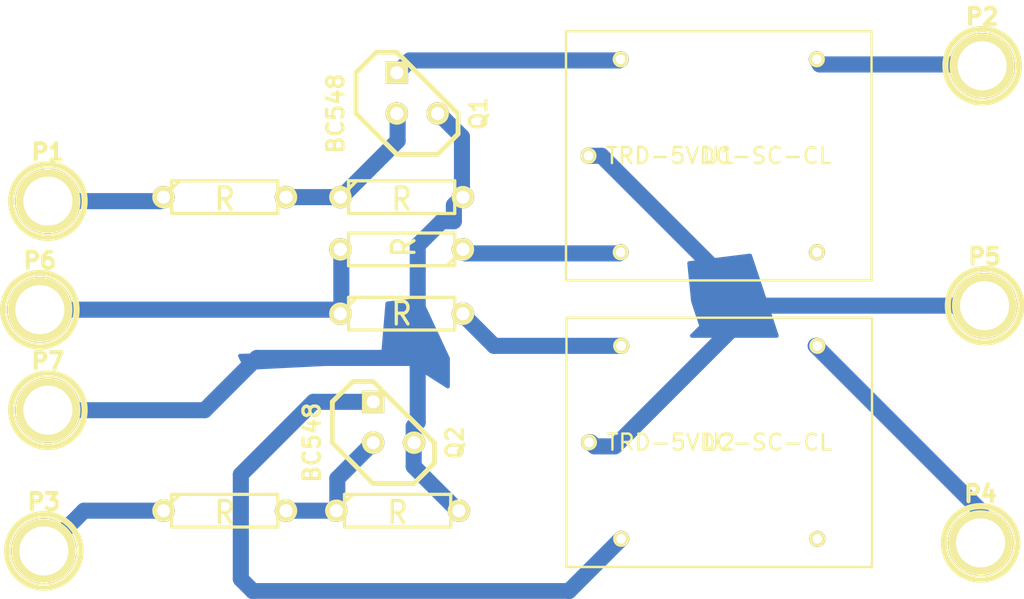
<source format=kicad_pcb>
(kicad_pcb (version 3) (host pcbnew "(2013-jul-07)-stable")

  (general
    (links 20)
    (no_connects 0)
    (area 29.75 33.5 99.5 71.5)
    (thickness 1.6)
    (drawings 0)
    (tracks 74)
    (zones 0)
    (modules 17)
    (nets 14)
  )

  (page A3)
  (layers
    (15 F.Cu signal)
    (0 B.Cu signal)
    (16 B.Adhes user)
    (17 F.Adhes user)
    (18 B.Paste user)
    (19 F.Paste user)
    (20 B.SilkS user)
    (21 F.SilkS user)
    (22 B.Mask user)
    (23 F.Mask user)
    (24 Dwgs.User user)
    (25 Cmts.User user)
    (26 Eco1.User user)
    (27 Eco2.User user)
    (28 Edge.Cuts user)
  )

  (setup
    (last_trace_width 1)
    (trace_clearance 0.254)
    (zone_clearance 0.508)
    (zone_45_only no)
    (trace_min 0.254)
    (segment_width 0.2)
    (edge_width 0.15)
    (via_size 0.889)
    (via_drill 0.635)
    (via_min_size 0.889)
    (via_min_drill 0.508)
    (uvia_size 0.508)
    (uvia_drill 0.127)
    (uvias_allowed no)
    (uvia_min_size 0.508)
    (uvia_min_drill 0.127)
    (pcb_text_width 0.3)
    (pcb_text_size 1.5 1.5)
    (mod_edge_width 0.15)
    (mod_text_size 1.5 1.5)
    (mod_text_width 0.15)
    (pad_size 1.524 1.524)
    (pad_drill 0.762)
    (pad_to_mask_clearance 0.2)
    (aux_axis_origin 0 0)
    (visible_elements FFFFFFBF)
    (pcbplotparams
      (layerselection 3178497)
      (usegerberextensions true)
      (excludeedgelayer true)
      (linewidth 0.100000)
      (plotframeref false)
      (viasonmask false)
      (mode 1)
      (useauxorigin false)
      (hpglpennumber 1)
      (hpglpenspeed 20)
      (hpglpendiameter 15)
      (hpglpenoverlay 2)
      (psnegative false)
      (psa4output false)
      (plotreference true)
      (plotvalue true)
      (plotothertext true)
      (plotinvisibletext false)
      (padsonsilk false)
      (subtractmaskfromsilk false)
      (outputformat 1)
      (mirror false)
      (drillshape 1)
      (scaleselection 1)
      (outputdirectory ""))
  )

  (net 0 "")
  (net 1 +5)
  (net 2 -5)
  (net 3 L)
  (net 4 N-0000010)
  (net 5 N-0000012)
  (net 6 N-0000013)
  (net 7 N-0000014)
  (net 8 N-000002)
  (net 9 N-000003)
  (net 10 N-000005)
  (net 11 N-000006)
  (net 12 N-000008)
  (net 13 N-000009)

  (net_class Default "Это класс цепей по умолчанию."
    (clearance 0.254)
    (trace_width 1)
    (via_dia 0.889)
    (via_drill 0.635)
    (uvia_dia 0.508)
    (uvia_drill 0.127)
    (add_net "")
    (add_net +5)
    (add_net -5)
    (add_net L)
    (add_net N-0000010)
    (add_net N-0000012)
    (add_net N-0000013)
    (add_net N-0000014)
    (add_net N-000002)
    (add_net N-000003)
    (add_net N-000005)
    (add_net N-000006)
    (add_net N-000008)
    (add_net N-000009)
  )

  (module TO92 (layer F.Cu) (tedit 443CFFD1) (tstamp 5640E5E9)
    (at 58.72 39.28 90)
    (descr "Transistor TO92 brochage type BC237")
    (tags "TR TO92")
    (path /562E7372)
    (fp_text reference Q1 (at -1.27 3.81 90) (layer F.SilkS)
      (effects (font (size 1.016 1.016) (thickness 0.2032)))
    )
    (fp_text value BC548 (at -1.27 -5.08 90) (layer F.SilkS)
      (effects (font (size 1.016 1.016) (thickness 0.2032)))
    )
    (fp_line (start -1.27 2.54) (end 2.54 -1.27) (layer F.SilkS) (width 0.3048))
    (fp_line (start 2.54 -1.27) (end 2.54 -2.54) (layer F.SilkS) (width 0.3048))
    (fp_line (start 2.54 -2.54) (end 1.27 -3.81) (layer F.SilkS) (width 0.3048))
    (fp_line (start 1.27 -3.81) (end -1.27 -3.81) (layer F.SilkS) (width 0.3048))
    (fp_line (start -1.27 -3.81) (end -3.81 -1.27) (layer F.SilkS) (width 0.3048))
    (fp_line (start -3.81 -1.27) (end -3.81 1.27) (layer F.SilkS) (width 0.3048))
    (fp_line (start -3.81 1.27) (end -2.54 2.54) (layer F.SilkS) (width 0.3048))
    (fp_line (start -2.54 2.54) (end -1.27 2.54) (layer F.SilkS) (width 0.3048))
    (pad 1 thru_hole rect (at 1.27 -1.27 90) (size 1.397 1.397) (drill 0.8128)
      (layers *.Cu *.Mask F.SilkS)
      (net 12 N-000008)
    )
    (pad 2 thru_hole circle (at -1.27 -1.27 90) (size 1.397 1.397) (drill 0.8128)
      (layers *.Cu *.Mask F.SilkS)
      (net 6 N-0000013)
    )
    (pad 3 thru_hole circle (at -1.27 1.27 90) (size 1.397 1.397) (drill 0.8128)
      (layers *.Cu *.Mask F.SilkS)
      (net 2 -5)
    )
    (model discret/to98.wrl
      (at (xyz 0 0 0))
      (scale (xyz 1 1 1))
      (rotate (xyz 0 0 0))
    )
  )

  (module TO92 (layer F.Cu) (tedit 443CFFD1) (tstamp 56414A0A)
    (at 57.25 59.75 90)
    (descr "Transistor TO92 brochage type BC237")
    (tags "TR TO92")
    (path /5640DB05)
    (fp_text reference Q2 (at -1.27 3.81 90) (layer F.SilkS)
      (effects (font (size 1.016 1.016) (thickness 0.2032)))
    )
    (fp_text value BC548 (at -1.27 -5.08 90) (layer F.SilkS)
      (effects (font (size 1.016 1.016) (thickness 0.2032)))
    )
    (fp_line (start -1.27 2.54) (end 2.54 -1.27) (layer F.SilkS) (width 0.3048))
    (fp_line (start 2.54 -1.27) (end 2.54 -2.54) (layer F.SilkS) (width 0.3048))
    (fp_line (start 2.54 -2.54) (end 1.27 -3.81) (layer F.SilkS) (width 0.3048))
    (fp_line (start 1.27 -3.81) (end -1.27 -3.81) (layer F.SilkS) (width 0.3048))
    (fp_line (start -1.27 -3.81) (end -3.81 -1.27) (layer F.SilkS) (width 0.3048))
    (fp_line (start -3.81 -1.27) (end -3.81 1.27) (layer F.SilkS) (width 0.3048))
    (fp_line (start -3.81 1.27) (end -2.54 2.54) (layer F.SilkS) (width 0.3048))
    (fp_line (start -2.54 2.54) (end -1.27 2.54) (layer F.SilkS) (width 0.3048))
    (pad 1 thru_hole rect (at 1.27 -1.27 90) (size 1.397 1.397) (drill 0.8128)
      (layers *.Cu *.Mask F.SilkS)
      (net 11 N-000006)
    )
    (pad 2 thru_hole circle (at -1.27 -1.27 90) (size 1.397 1.397) (drill 0.8128)
      (layers *.Cu *.Mask F.SilkS)
      (net 7 N-0000014)
    )
    (pad 3 thru_hole circle (at -1.27 1.27 90) (size 1.397 1.397) (drill 0.8128)
      (layers *.Cu *.Mask F.SilkS)
      (net 2 -5)
    )
    (model discret/to98.wrl
      (at (xyz 0 0 0))
      (scale (xyz 1 1 1))
      (rotate (xyz 0 0 0))
    )
  )

  (module R3 (layer F.Cu) (tedit 4E4C0E65) (tstamp 5640E606)
    (at 57.75 45.75)
    (descr "Resitance 3 pas")
    (tags R)
    (path /562E742F)
    (autoplace_cost180 10)
    (fp_text reference R2 (at 0 0.127) (layer F.SilkS) hide
      (effects (font (size 1.397 1.27) (thickness 0.2032)))
    )
    (fp_text value R (at 0 0.127) (layer F.SilkS)
      (effects (font (size 1.397 1.27) (thickness 0.2032)))
    )
    (fp_line (start -3.81 0) (end -3.302 0) (layer F.SilkS) (width 0.2032))
    (fp_line (start 3.81 0) (end 3.302 0) (layer F.SilkS) (width 0.2032))
    (fp_line (start 3.302 0) (end 3.302 -1.016) (layer F.SilkS) (width 0.2032))
    (fp_line (start 3.302 -1.016) (end -3.302 -1.016) (layer F.SilkS) (width 0.2032))
    (fp_line (start -3.302 -1.016) (end -3.302 1.016) (layer F.SilkS) (width 0.2032))
    (fp_line (start -3.302 1.016) (end 3.302 1.016) (layer F.SilkS) (width 0.2032))
    (fp_line (start 3.302 1.016) (end 3.302 0) (layer F.SilkS) (width 0.2032))
    (fp_line (start -3.302 -0.508) (end -2.794 -1.016) (layer F.SilkS) (width 0.2032))
    (pad 1 thru_hole circle (at -3.81 0) (size 1.397 1.397) (drill 0.8128)
      (layers *.Cu *.Mask F.SilkS)
      (net 6 N-0000013)
    )
    (pad 2 thru_hole circle (at 3.81 0) (size 1.397 1.397) (drill 0.8128)
      (layers *.Cu *.Mask F.SilkS)
      (net 2 -5)
    )
    (model discret/resistor.wrl
      (at (xyz 0 0 0))
      (scale (xyz 0.3 0.3 0.3))
      (rotate (xyz 0 0 0))
    )
  )

  (module R3 (layer F.Cu) (tedit 4E4C0E65) (tstamp 5640E614)
    (at 46.75 45.75)
    (descr "Resitance 3 pas")
    (tags R)
    (path /562E752B)
    (autoplace_cost180 10)
    (fp_text reference R1 (at 0 0.127) (layer F.SilkS) hide
      (effects (font (size 1.397 1.27) (thickness 0.2032)))
    )
    (fp_text value R (at 0 0.127) (layer F.SilkS)
      (effects (font (size 1.397 1.27) (thickness 0.2032)))
    )
    (fp_line (start -3.81 0) (end -3.302 0) (layer F.SilkS) (width 0.2032))
    (fp_line (start 3.81 0) (end 3.302 0) (layer F.SilkS) (width 0.2032))
    (fp_line (start 3.302 0) (end 3.302 -1.016) (layer F.SilkS) (width 0.2032))
    (fp_line (start 3.302 -1.016) (end -3.302 -1.016) (layer F.SilkS) (width 0.2032))
    (fp_line (start -3.302 -1.016) (end -3.302 1.016) (layer F.SilkS) (width 0.2032))
    (fp_line (start -3.302 1.016) (end 3.302 1.016) (layer F.SilkS) (width 0.2032))
    (fp_line (start 3.302 1.016) (end 3.302 0) (layer F.SilkS) (width 0.2032))
    (fp_line (start -3.302 -0.508) (end -2.794 -1.016) (layer F.SilkS) (width 0.2032))
    (pad 1 thru_hole circle (at -3.81 0) (size 1.397 1.397) (drill 0.8128)
      (layers *.Cu *.Mask F.SilkS)
      (net 5 N-0000012)
    )
    (pad 2 thru_hole circle (at 3.81 0) (size 1.397 1.397) (drill 0.8128)
      (layers *.Cu *.Mask F.SilkS)
      (net 6 N-0000013)
    )
    (model discret/resistor.wrl
      (at (xyz 0 0 0))
      (scale (xyz 0.3 0.3 0.3))
      (rotate (xyz 0 0 0))
    )
  )

  (module R3 (layer F.Cu) (tedit 5640F335) (tstamp 5640E622)
    (at 57.75 49 180)
    (descr "Resitance 3 pas")
    (tags R)
    (path /5640DA12)
    (autoplace_cost180 10)
    (fp_text reference R3 (at 0 0.127 180) (layer F.SilkS) hide
      (effects (font (size 1.397 1.27) (thickness 0.2032)))
    )
    (fp_text value R (at -0.13 0.15 270) (layer F.SilkS)
      (effects (font (size 1.397 1.27) (thickness 0.2032)))
    )
    (fp_line (start -3.81 0) (end -3.302 0) (layer F.SilkS) (width 0.2032))
    (fp_line (start 3.81 0) (end 3.302 0) (layer F.SilkS) (width 0.2032))
    (fp_line (start 3.302 0) (end 3.302 -1.016) (layer F.SilkS) (width 0.2032))
    (fp_line (start 3.302 -1.016) (end -3.302 -1.016) (layer F.SilkS) (width 0.2032))
    (fp_line (start -3.302 -1.016) (end -3.302 1.016) (layer F.SilkS) (width 0.2032))
    (fp_line (start -3.302 1.016) (end 3.302 1.016) (layer F.SilkS) (width 0.2032))
    (fp_line (start 3.302 1.016) (end 3.302 0) (layer F.SilkS) (width 0.2032))
    (fp_line (start -3.302 -0.508) (end -2.794 -1.016) (layer F.SilkS) (width 0.2032))
    (pad 1 thru_hole circle (at -3.81 0 180) (size 1.397 1.397) (drill 0.8128)
      (layers *.Cu *.Mask F.SilkS)
      (net 13 N-000009)
    )
    (pad 2 thru_hole circle (at 3.81 0 180) (size 1.397 1.397) (drill 0.8128)
      (layers *.Cu *.Mask F.SilkS)
      (net 1 +5)
    )
    (model discret/resistor.wrl
      (at (xyz 0 0 0))
      (scale (xyz 0.3 0.3 0.3))
      (rotate (xyz 0 0 0))
    )
  )

  (module R3 (layer F.Cu) (tedit 4E4C0E65) (tstamp 5640E630)
    (at 57.5 65.25)
    (descr "Resitance 3 pas")
    (tags R)
    (path /5640DB0B)
    (autoplace_cost180 10)
    (fp_text reference R6 (at 0 0.127) (layer F.SilkS) hide
      (effects (font (size 1.397 1.27) (thickness 0.2032)))
    )
    (fp_text value R (at 0 0.127) (layer F.SilkS)
      (effects (font (size 1.397 1.27) (thickness 0.2032)))
    )
    (fp_line (start -3.81 0) (end -3.302 0) (layer F.SilkS) (width 0.2032))
    (fp_line (start 3.81 0) (end 3.302 0) (layer F.SilkS) (width 0.2032))
    (fp_line (start 3.302 0) (end 3.302 -1.016) (layer F.SilkS) (width 0.2032))
    (fp_line (start 3.302 -1.016) (end -3.302 -1.016) (layer F.SilkS) (width 0.2032))
    (fp_line (start -3.302 -1.016) (end -3.302 1.016) (layer F.SilkS) (width 0.2032))
    (fp_line (start -3.302 1.016) (end 3.302 1.016) (layer F.SilkS) (width 0.2032))
    (fp_line (start 3.302 1.016) (end 3.302 0) (layer F.SilkS) (width 0.2032))
    (fp_line (start -3.302 -0.508) (end -2.794 -1.016) (layer F.SilkS) (width 0.2032))
    (pad 1 thru_hole circle (at -3.81 0) (size 1.397 1.397) (drill 0.8128)
      (layers *.Cu *.Mask F.SilkS)
      (net 7 N-0000014)
    )
    (pad 2 thru_hole circle (at 3.81 0) (size 1.397 1.397) (drill 0.8128)
      (layers *.Cu *.Mask F.SilkS)
      (net 2 -5)
    )
    (model discret/resistor.wrl
      (at (xyz 0 0 0))
      (scale (xyz 0.3 0.3 0.3))
      (rotate (xyz 0 0 0))
    )
  )

  (module R3 (layer F.Cu) (tedit 4E4C0E65) (tstamp 5640E63E)
    (at 46.75 65.25)
    (descr "Resitance 3 pas")
    (tags R)
    (path /5640DB12)
    (autoplace_cost180 10)
    (fp_text reference R5 (at 0 0.127) (layer F.SilkS) hide
      (effects (font (size 1.397 1.27) (thickness 0.2032)))
    )
    (fp_text value R (at 0 0.127) (layer F.SilkS)
      (effects (font (size 1.397 1.27) (thickness 0.2032)))
    )
    (fp_line (start -3.81 0) (end -3.302 0) (layer F.SilkS) (width 0.2032))
    (fp_line (start 3.81 0) (end 3.302 0) (layer F.SilkS) (width 0.2032))
    (fp_line (start 3.302 0) (end 3.302 -1.016) (layer F.SilkS) (width 0.2032))
    (fp_line (start 3.302 -1.016) (end -3.302 -1.016) (layer F.SilkS) (width 0.2032))
    (fp_line (start -3.302 -1.016) (end -3.302 1.016) (layer F.SilkS) (width 0.2032))
    (fp_line (start -3.302 1.016) (end 3.302 1.016) (layer F.SilkS) (width 0.2032))
    (fp_line (start 3.302 1.016) (end 3.302 0) (layer F.SilkS) (width 0.2032))
    (fp_line (start -3.302 -0.508) (end -2.794 -1.016) (layer F.SilkS) (width 0.2032))
    (pad 1 thru_hole circle (at -3.81 0) (size 1.397 1.397) (drill 0.8128)
      (layers *.Cu *.Mask F.SilkS)
      (net 8 N-000002)
    )
    (pad 2 thru_hole circle (at 3.81 0) (size 1.397 1.397) (drill 0.8128)
      (layers *.Cu *.Mask F.SilkS)
      (net 7 N-0000014)
    )
    (model discret/resistor.wrl
      (at (xyz 0 0 0))
      (scale (xyz 0.3 0.3 0.3))
      (rotate (xyz 0 0 0))
    )
  )

  (module R3 (layer F.Cu) (tedit 5640F341) (tstamp 5640E64C)
    (at 57.75 53)
    (descr "Resitance 3 pas")
    (tags R)
    (path /5640DB2A)
    (autoplace_cost180 10)
    (fp_text reference R4 (at 0 0.127) (layer F.SilkS) hide
      (effects (font (size 1.397 1.27) (thickness 0.2032)))
    )
    (fp_text value R (at 0 0) (layer F.SilkS)
      (effects (font (size 1.397 1.27) (thickness 0.2032)))
    )
    (fp_line (start -3.81 0) (end -3.302 0) (layer F.SilkS) (width 0.2032))
    (fp_line (start 3.81 0) (end 3.302 0) (layer F.SilkS) (width 0.2032))
    (fp_line (start 3.302 0) (end 3.302 -1.016) (layer F.SilkS) (width 0.2032))
    (fp_line (start 3.302 -1.016) (end -3.302 -1.016) (layer F.SilkS) (width 0.2032))
    (fp_line (start -3.302 -1.016) (end -3.302 1.016) (layer F.SilkS) (width 0.2032))
    (fp_line (start -3.302 1.016) (end 3.302 1.016) (layer F.SilkS) (width 0.2032))
    (fp_line (start 3.302 1.016) (end 3.302 0) (layer F.SilkS) (width 0.2032))
    (fp_line (start -3.302 -0.508) (end -2.794 -1.016) (layer F.SilkS) (width 0.2032))
    (pad 1 thru_hole circle (at -3.81 0) (size 1.397 1.397) (drill 0.8128)
      (layers *.Cu *.Mask F.SilkS)
      (net 1 +5)
    )
    (pad 2 thru_hole circle (at 3.81 0) (size 1.397 1.397) (drill 0.8128)
      (layers *.Cu *.Mask F.SilkS)
      (net 9 N-000003)
    )
    (model discret/resistor.wrl
      (at (xyz 0 0 0))
      (scale (xyz 0.3 0.3 0.3))
      (rotate (xyz 0 0 0))
    )
  )

  (module 1pin (layer F.Cu) (tedit 200000) (tstamp 5640E652)
    (at 35.75 46)
    (descr "module 1 pin (ou trou mecanique de percage)")
    (tags DEV)
    (path /5640DA9D)
    (fp_text reference P1 (at 0 -3.048) (layer F.SilkS)
      (effects (font (size 1.016 1.016) (thickness 0.254)))
    )
    (fp_text value CONNECTOR (at 0 2.794) (layer F.SilkS) hide
      (effects (font (size 1.016 1.016) (thickness 0.254)))
    )
    (fp_circle (center 0 0) (end 0 -2.286) (layer F.SilkS) (width 0.381))
    (pad 1 thru_hole circle (at 0 0) (size 4.064 4.064) (drill 3.048)
      (layers *.Cu *.Mask F.SilkS)
      (net 5 N-0000012)
    )
  )

  (module 1pin (layer F.Cu) (tedit 200000) (tstamp 5640E658)
    (at 93.85 37.58)
    (descr "module 1 pin (ou trou mecanique de percage)")
    (tags DEV)
    (path /5640DAEA)
    (fp_text reference P2 (at 0 -3.048) (layer F.SilkS)
      (effects (font (size 1.016 1.016) (thickness 0.254)))
    )
    (fp_text value CONNECTOR (at 0 2.794) (layer F.SilkS) hide
      (effects (font (size 1.016 1.016) (thickness 0.254)))
    )
    (fp_circle (center 0 0) (end 0 -2.286) (layer F.SilkS) (width 0.381))
    (pad 1 thru_hole circle (at 0 0) (size 4.064 4.064) (drill 3.048)
      (layers *.Cu *.Mask F.SilkS)
      (net 4 N-0000010)
    )
  )

  (module 1pin (layer F.Cu) (tedit 200000) (tstamp 564149FA)
    (at 35.5 67.75)
    (descr "module 1 pin (ou trou mecanique de percage)")
    (tags DEV)
    (path /5640DB32)
    (fp_text reference P3 (at 0 -3.048) (layer F.SilkS)
      (effects (font (size 1.016 1.016) (thickness 0.254)))
    )
    (fp_text value CONNECTOR (at 0 2.794) (layer F.SilkS) hide
      (effects (font (size 1.016 1.016) (thickness 0.254)))
    )
    (fp_circle (center 0 0) (end 0 -2.286) (layer F.SilkS) (width 0.381))
    (pad 1 thru_hole circle (at 0 0) (size 4.064 4.064) (drill 3.048)
      (layers *.Cu *.Mask F.SilkS)
      (net 8 N-000002)
    )
  )

  (module 1pin (layer F.Cu) (tedit 200000) (tstamp 5640E664)
    (at 93.75 67.25)
    (descr "module 1 pin (ou trou mecanique de percage)")
    (tags DEV)
    (path /5640DB39)
    (fp_text reference P4 (at 0 -3.048) (layer F.SilkS)
      (effects (font (size 1.016 1.016) (thickness 0.254)))
    )
    (fp_text value CONNECTOR (at 0 2.794) (layer F.SilkS) hide
      (effects (font (size 1.016 1.016) (thickness 0.254)))
    )
    (fp_circle (center 0 0) (end 0 -2.286) (layer F.SilkS) (width 0.381))
    (pad 1 thru_hole circle (at 0 0) (size 4.064 4.064) (drill 3.048)
      (layers *.Cu *.Mask F.SilkS)
      (net 10 N-000005)
    )
  )

  (module trd (layer F.Cu) (tedit 5640E376) (tstamp 5640E671)
    (at 77.47 43.18)
    (path /5640D91C)
    (fp_text reference U1 (at 0 0) (layer F.SilkS)
      (effects (font (size 1 1) (thickness 0.15)))
    )
    (fp_text value TRD-5VDC-SC-CL (at 0 0) (layer F.SilkS)
      (effects (font (size 1 1) (thickness 0.15)))
    )
    (fp_line (start -9.5 -7.75) (end 9.5 -7.75) (layer F.SilkS) (width 0.15))
    (fp_line (start 9.5 -7.75) (end 9.5 7.75) (layer F.SilkS) (width 0.15))
    (fp_line (start 9.5 7.75) (end -9.5 7.75) (layer F.SilkS) (width 0.15))
    (fp_line (start -9.5 7.75) (end -9.5 -7.75) (layer F.SilkS) (width 0.15))
    (pad 1 thru_hole circle (at -6.1 -6) (size 1 1) (drill 0.6)
      (layers *.Cu *.Mask F.SilkS)
      (net 12 N-000008)
    )
    (pad 2 thru_hole circle (at -6.1 6) (size 1 1) (drill 0.6)
      (layers *.Cu *.Mask F.SilkS)
      (net 13 N-000009)
    )
    (pad 3 thru_hole circle (at 6.1 -6) (size 1 1) (drill 0.6)
      (layers *.Cu *.Mask F.SilkS)
      (net 4 N-0000010)
    )
    (pad 4 thru_hole circle (at 6.1 6) (size 1 1) (drill 0.6)
      (layers *.Cu *.Mask F.SilkS)
    )
    (pad 5 thru_hole circle (at -8.1 0) (size 1 1) (drill 0.6)
      (layers *.Cu *.Mask F.SilkS)
      (net 3 L)
    )
  )

  (module trd (layer F.Cu) (tedit 5640E376) (tstamp 5640E67E)
    (at 77.5 61)
    (path /5640DB21)
    (fp_text reference U2 (at 0 0) (layer F.SilkS)
      (effects (font (size 1 1) (thickness 0.15)))
    )
    (fp_text value TRD-5VDC-SC-CL (at 0 0) (layer F.SilkS)
      (effects (font (size 1 1) (thickness 0.15)))
    )
    (fp_line (start -9.5 -7.75) (end 9.5 -7.75) (layer F.SilkS) (width 0.15))
    (fp_line (start 9.5 -7.75) (end 9.5 7.75) (layer F.SilkS) (width 0.15))
    (fp_line (start 9.5 7.75) (end -9.5 7.75) (layer F.SilkS) (width 0.15))
    (fp_line (start -9.5 7.75) (end -9.5 -7.75) (layer F.SilkS) (width 0.15))
    (pad 1 thru_hole circle (at -6.1 -6) (size 1 1) (drill 0.6)
      (layers *.Cu *.Mask F.SilkS)
      (net 9 N-000003)
    )
    (pad 2 thru_hole circle (at -6.1 6) (size 1 1) (drill 0.6)
      (layers *.Cu *.Mask F.SilkS)
      (net 11 N-000006)
    )
    (pad 3 thru_hole circle (at 6.1 -6) (size 1 1) (drill 0.6)
      (layers *.Cu *.Mask F.SilkS)
      (net 10 N-000005)
    )
    (pad 4 thru_hole circle (at 6.1 6) (size 1 1) (drill 0.6)
      (layers *.Cu *.Mask F.SilkS)
    )
    (pad 5 thru_hole circle (at -8.1 0) (size 1 1) (drill 0.6)
      (layers *.Cu *.Mask F.SilkS)
      (net 3 L)
    )
  )

  (module 1pin (layer F.Cu) (tedit 200000) (tstamp 56414964)
    (at 94 52.5)
    (descr "module 1 pin (ou trou mecanique de percage)")
    (tags DEV)
    (path /5640F450)
    (fp_text reference P5 (at 0 -3.048) (layer F.SilkS)
      (effects (font (size 1.016 1.016) (thickness 0.254)))
    )
    (fp_text value CONNECTOR (at 0 2.794) (layer F.SilkS) hide
      (effects (font (size 1.016 1.016) (thickness 0.254)))
    )
    (fp_circle (center 0 0) (end 0 -2.286) (layer F.SilkS) (width 0.381))
    (pad 1 thru_hole circle (at 0 0) (size 4.064 4.064) (drill 3.048)
      (layers *.Cu *.Mask F.SilkS)
      (net 3 L)
    )
  )

  (module 1pin (layer F.Cu) (tedit 200000) (tstamp 5641496A)
    (at 35.25 52.75)
    (descr "module 1 pin (ou trou mecanique de percage)")
    (tags DEV)
    (path /5640F462)
    (fp_text reference P6 (at 0 -3.048) (layer F.SilkS)
      (effects (font (size 1.016 1.016) (thickness 0.254)))
    )
    (fp_text value CONNECTOR (at 0 2.794) (layer F.SilkS) hide
      (effects (font (size 1.016 1.016) (thickness 0.254)))
    )
    (fp_circle (center 0 0) (end 0 -2.286) (layer F.SilkS) (width 0.381))
    (pad 1 thru_hole circle (at 0 0) (size 4.064 4.064) (drill 3.048)
      (layers *.Cu *.Mask F.SilkS)
      (net 1 +5)
    )
  )

  (module 1pin (layer F.Cu) (tedit 200000) (tstamp 56414970)
    (at 35.75 59)
    (descr "module 1 pin (ou trou mecanique de percage)")
    (tags DEV)
    (path /5640F471)
    (fp_text reference P7 (at 0 -3.048) (layer F.SilkS)
      (effects (font (size 1.016 1.016) (thickness 0.254)))
    )
    (fp_text value CONNECTOR (at 0 2.794) (layer F.SilkS) hide
      (effects (font (size 1.016 1.016) (thickness 0.254)))
    )
    (fp_circle (center 0 0) (end 0 -2.286) (layer F.SilkS) (width 0.381))
    (pad 1 thru_hole circle (at 0 0) (size 4.064 4.064) (drill 3.048)
      (layers *.Cu *.Mask F.SilkS)
      (net 2 -5)
    )
  )

  (segment (start 53.94 53) (end 54 53) (width 1) (layer B.Cu) (net 1) (status 80000))
  (segment (start 54 53) (end 53.75 52.75) (width 1) (layer B.Cu) (net 1) (status 80000))
  (segment (start 53.75 52.75) (end 35.25 52.75) (width 1) (layer B.Cu) (net 1) (status 80000))
  (segment (start 53.94 53) (end 54 53) (width 1) (layer B.Cu) (net 1) (status 80000))
  (segment (start 54 53) (end 54 49) (width 1) (layer B.Cu) (net 1) (status 80000))
  (segment (start 54 49) (end 53.94 49) (width 1) (layer B.Cu) (net 1) (tstamp 564247FC) (status 80000))
  (segment (start 35.75 59) (end 45.5 59) (width 1) (layer B.Cu) (net 2) (status 400000))
  (segment (start 45.5 59) (end 48.75 55.75) (width 1) (layer B.Cu) (net 2) (tstamp 5642482A))
  (segment (start 48.75 55.75) (end 58.75 55.75) (width 1) (layer B.Cu) (net 2) (tstamp 5642482D))
  (segment (start 58.5 61) (end 58.52 61.02) (width 1) (layer B.Cu) (net 2) (tstamp 56424805) (status 80000))
  (segment (start 58.52 61.02) (end 58.5 61) (width 1) (layer B.Cu) (net 2) (status 80000))
  (segment (start 58.5 61) (end 58.5 60) (width 1) (layer B.Cu) (net 2) (status 80000))
  (segment (start 58.5 60) (end 58.75 59.75) (width 1) (layer B.Cu) (net 2) (status 80000))
  (segment (start 58.75 59.75) (end 58.75 55.75) (width 1) (layer B.Cu) (net 2) (status 80000))
  (segment (start 58.75 55.75) (end 58.75 48.75) (width 1) (layer B.Cu) (net 2) (tstamp 56424834) (status 80000))
  (segment (start 58.75 48.75) (end 60.25 47.25) (width 1) (layer B.Cu) (net 2) (status 80000))
  (segment (start 60.25 47.25) (end 61 47.25) (width 1) (layer B.Cu) (net 2) (status 80000))
  (segment (start 61 47.25) (end 61 46.25) (width 1) (layer B.Cu) (net 2) (status 80000))
  (segment (start 61 46.25) (end 61.5 45.75) (width 1) (layer B.Cu) (net 2) (status 80000))
  (segment (start 61.5 45.75) (end 61.56 45.75) (width 1) (layer B.Cu) (net 2) (tstamp 56424804) (status 80000))
  (segment (start 58.52 61.02) (end 58.5 61) (width 1) (layer B.Cu) (net 2) (status 80000))
  (segment (start 58.5 61) (end 58.5 62.5) (width 1) (layer B.Cu) (net 2) (status 80000))
  (segment (start 58.5 62.5) (end 61.25 65.25) (width 1) (layer B.Cu) (net 2) (status 80000))
  (segment (start 61.25 65.25) (end 61.31 65.25) (width 1) (layer B.Cu) (net 2) (tstamp 56424801) (status 80000))
  (segment (start 61.56 45.75) (end 61.5 45.75) (width 1) (layer B.Cu) (net 2) (status 80000))
  (segment (start 61.5 45.75) (end 61.5 42) (width 1) (layer B.Cu) (net 2) (status 80000))
  (segment (start 61.5 42) (end 60 40.5) (width 1) (layer B.Cu) (net 2) (status 80000))
  (segment (start 60 40.5) (end 59.99 40.55) (width 1) (layer B.Cu) (net 2) (tstamp 564247FE) (status 80000))
  (segment (start 69.37 43.18) (end 70.18 43.18) (width 1) (layer B.Cu) (net 3) (status 400000))
  (segment (start 70.18 43.18) (end 79.625 52.625) (width 1) (layer B.Cu) (net 3) (tstamp 56424854))
  (segment (start 69.4 61) (end 69.5 61) (width 1) (layer B.Cu) (net 3) (status 80000))
  (segment (start 69.5 61) (end 69.75 61.25) (width 1) (layer B.Cu) (net 3) (status 80000))
  (segment (start 69.75 61.25) (end 71 61.25) (width 1) (layer B.Cu) (net 3) (status 80000))
  (segment (start 71 61.25) (end 79.625 52.625) (width 1) (layer B.Cu) (net 3) (status 80000))
  (segment (start 79.625 52.625) (end 79.75 52.5) (width 1) (layer B.Cu) (net 3) (tstamp 5642485D) (status 80000))
  (segment (start 79.75 52.5) (end 94 52.5) (width 1) (layer B.Cu) (net 3) (status 80000))
  (segment (start 69.4 61) (end 69.5 61) (width 1) (layer B.Cu) (net 3) (status 80000))
  (segment (start 83.57 37.18) (end 83.75 37.5) (width 1) (layer B.Cu) (net 4) (status 80000))
  (segment (start 83.75 37.5) (end 93.75 37.5) (width 1) (layer B.Cu) (net 4) (status 80000))
  (segment (start 93.75 37.5) (end 93.85 37.58) (width 1) (layer B.Cu) (net 4) (tstamp 564247FF) (status 80000))
  (segment (start 42.94 45.75) (end 43 45.75) (width 1) (layer B.Cu) (net 5) (status 80000))
  (segment (start 43 45.75) (end 42.75 46) (width 1) (layer B.Cu) (net 5) (status 80000))
  (segment (start 42.75 46) (end 35.75 46) (width 1) (layer B.Cu) (net 5) (status 80000))
  (segment (start 57.45 40.55) (end 57.5 40.5) (width 1) (layer B.Cu) (net 6) (status 80000))
  (segment (start 57.5 40.5) (end 57.5 42.25) (width 1) (layer B.Cu) (net 6) (status 80000))
  (segment (start 57.5 42.25) (end 54 45.75) (width 1) (layer B.Cu) (net 6) (status 80000))
  (segment (start 54 45.75) (end 53.94 45.75) (width 1) (layer B.Cu) (net 6) (tstamp 56424803) (status 80000))
  (segment (start 53.94 45.75) (end 50.56 45.75) (width 1) (layer B.Cu) (net 6) (status 80000))
  (segment (start 53.69 65.25) (end 53.75 65.25) (width 1) (layer B.Cu) (net 7) (status 80000))
  (segment (start 53.75 65.25) (end 53.75 63.25) (width 1) (layer B.Cu) (net 7) (status 80000))
  (segment (start 53.75 63.25) (end 55.98 61.02) (width 1) (layer B.Cu) (net 7) (status 80000))
  (segment (start 50.56 65.25) (end 53.69 65.25) (width 1) (layer B.Cu) (net 7) (status 80000))
  (segment (start 35.5 67.75) (end 38 65.25) (width 1) (layer B.Cu) (net 8) (status 80000))
  (segment (start 38 65.25) (end 42.94 65.25) (width 1) (layer B.Cu) (net 8) (status 80000))
  (segment (start 61.56 53) (end 61.5 53) (width 1) (layer B.Cu) (net 9) (status 80000))
  (segment (start 61.5 53) (end 63.5 55) (width 1) (layer B.Cu) (net 9) (status 80000))
  (segment (start 63.5 55) (end 71.4 55) (width 1) (layer B.Cu) (net 9) (status 80000))
  (segment (start 93.75 67.25) (end 93.75 65.25) (width 1) (layer B.Cu) (net 10) (status 80000))
  (segment (start 93.75 65.25) (end 83.5 55) (width 1) (layer B.Cu) (net 10) (status 80000))
  (segment (start 83.5 55) (end 83.6 55) (width 1) (layer B.Cu) (net 10) (tstamp 56424806) (status 80000))
  (segment (start 55.98 58.48) (end 52.27 58.48) (width 1) (layer B.Cu) (net 11) (status 400000))
  (segment (start 52.27 58.48) (end 47.75 63) (width 1) (layer B.Cu) (net 11) (tstamp 56424837))
  (segment (start 47.75 63) (end 47.75 69.5) (width 1) (layer B.Cu) (net 11) (tstamp 56424839))
  (segment (start 47.75 69.5) (end 48.5 70.25) (width 1) (layer B.Cu) (net 11) (tstamp 5642483B))
  (segment (start 48.5 70.25) (end 68.15 70.25) (width 1) (layer B.Cu) (net 11) (tstamp 5642483D))
  (segment (start 68.15 70.25) (end 71.4 67) (width 1) (layer B.Cu) (net 11) (tstamp 5642483F) (status 800000))
  (segment (start 57.45 38.01) (end 57.5 38) (width 1) (layer B.Cu) (net 12) (status 80000))
  (segment (start 57.5 38) (end 58.25 37.25) (width 1) (layer B.Cu) (net 12) (status 80000))
  (segment (start 58.25 37.25) (end 71.25 37.25) (width 1) (layer B.Cu) (net 12) (status 80000))
  (segment (start 71.25 37.25) (end 71.37 37.18) (width 1) (layer B.Cu) (net 12) (tstamp 56424800) (status 80000))
  (segment (start 61.56 49) (end 61.5 49) (width 1) (layer B.Cu) (net 13) (status 80000))
  (segment (start 61.5 49) (end 61.75 49.25) (width 1) (layer B.Cu) (net 13) (status 80000))
  (segment (start 61.75 49.25) (end 71.25 49.25) (width 1) (layer B.Cu) (net 13) (status 80000))
  (segment (start 71.25 49.25) (end 71.37 49.18) (width 1) (layer B.Cu) (net 13) (tstamp 564247FD) (status 80000))

  (zone (net 3) (net_name L) (layer B.Cu) (tstamp 56414A0B) (hatch edge 0.508)
    (connect_pads (clearance 0.508))
    (min_thickness 0.254)
    (fill (arc_segments 16) (thermal_gap 0.508) (thermal_bridge_width 0.508))
    (polygon
      (pts
        (xy 75.75 52.25) (xy 75.5 49.75) (xy 79.5 49.25) (xy 81.25 54.5) (xy 75.5 54.5)
        (xy 76.25 53.75)
      )
    )
    (filled_polygon
      (pts
        (xy 81.073797 54.373) (xy 75.806605 54.373) (xy 76.395304 53.784302) (xy 75.874961 52.223273) (xy 75.638699 49.860651)
        (xy 79.412441 49.388933) (xy 81.073797 54.373)
      )
    )
  )
  (zone (net 2) (net_name -5) (layer B.Cu) (tstamp 56414A7F) (hatch edge 0.508)
    (connect_pads (clearance 0.508))
    (min_thickness 0.254)
    (fill (arc_segments 16) (thermal_gap 0.508) (thermal_bridge_width 0.508))
    (polygon
      (pts
        (xy 47.5 55.5) (xy 56.5 55.25) (xy 56.75 52.25) (xy 59 52) (xy 60.75 55.75)
        (xy 60.75 57.75) (xy 58 56) (xy 48 56.5)
      )
    )
    (filled_polygon
      (pts
        (xy 60.623 57.518648) (xy 58.034057 55.871138) (xy 48.076499 56.369016) (xy 47.7027 55.621418) (xy 56.617124 55.373796)
        (xy 56.867883 52.364683) (xy 58.923452 52.136287) (xy 60.623 55.778175) (xy 60.623 57.518648)
      )
    )
  )
)

</source>
